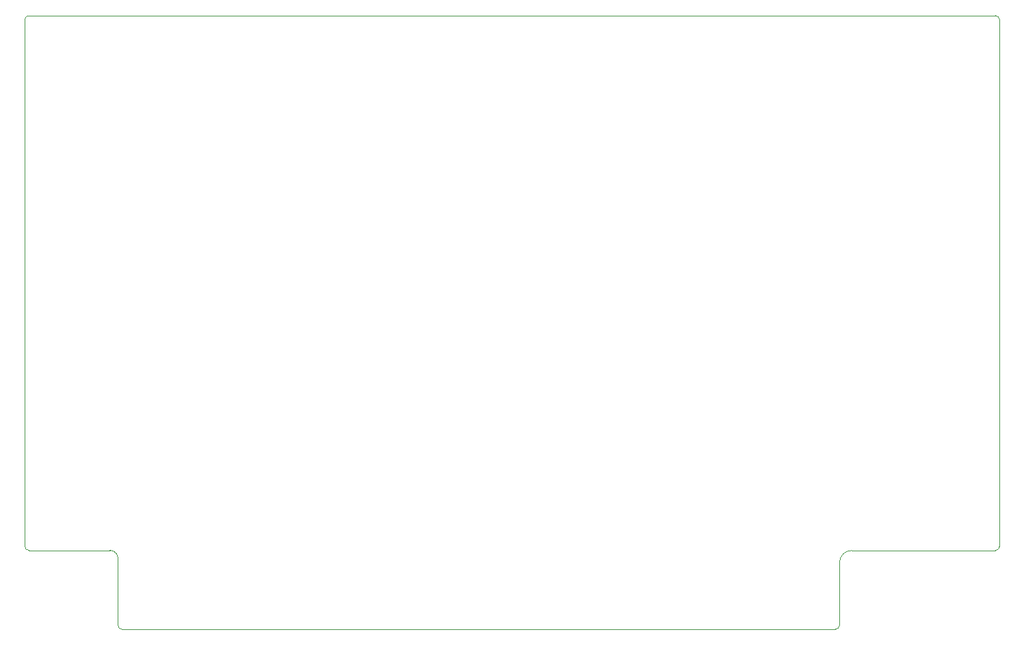
<source format=gbr>
%TF.GenerationSoftware,KiCad,Pcbnew,9.0.6*%
%TF.CreationDate,2025-12-20T22:04:15+01:00*%
%TF.ProjectId,K-1002-sound-card-replica,4b2d3130-3032-42d7-936f-756e642d6361,rev?*%
%TF.SameCoordinates,Original*%
%TF.FileFunction,Profile,NP*%
%FSLAX46Y46*%
G04 Gerber Fmt 4.6, Leading zero omitted, Abs format (unit mm)*
G04 Created by KiCad (PCBNEW 9.0.6) date 2025-12-20 22:04:15*
%MOMM*%
%LPD*%
G01*
G04 APERTURE LIST*
%TA.AperFunction,Profile*%
%ADD10C,0.100000*%
%TD*%
G04 APERTURE END LIST*
D10*
X192440000Y-127450660D02*
X210240000Y-127450660D01*
X90590000Y-127440000D02*
G75*
G02*
X90090000Y-126940000I0J500000D01*
G01*
X90090000Y-61760000D02*
X90090000Y-126940000D01*
X101620000Y-128440000D02*
X101620000Y-136710000D01*
X190940000Y-128950660D02*
G75*
G02*
X192440000Y-127450700I1500000J-40D01*
G01*
X210240000Y-61260000D02*
G75*
G02*
X210740000Y-61760000I0J-500000D01*
G01*
X102120000Y-137210000D02*
X190440000Y-137210000D01*
X190940000Y-136710000D02*
G75*
G02*
X190440000Y-137210000I-500000J0D01*
G01*
X102120000Y-137210000D02*
G75*
G02*
X101620000Y-136710000I0J500000D01*
G01*
X90090000Y-61760000D02*
G75*
G02*
X90590000Y-61260000I500000J0D01*
G01*
X210740000Y-126950660D02*
G75*
G02*
X210240000Y-127450700I-499900J-140D01*
G01*
X90590000Y-61260000D02*
X210240000Y-61260000D01*
X90590000Y-127440000D02*
X100620000Y-127440000D01*
X100620000Y-127440000D02*
G75*
G02*
X101620000Y-128440000I0J-1000000D01*
G01*
X210740000Y-61760000D02*
X210740000Y-126950000D01*
X190940000Y-136710000D02*
X190940000Y-128950000D01*
M02*

</source>
